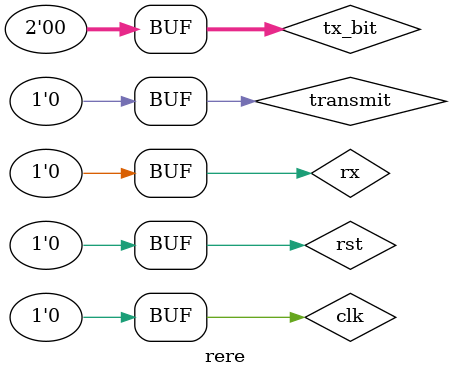
<source format=v>
`timescale 1ns / 1ps


module rere;

	// Inputs
	reg clk;
	reg rst;
	reg rx;
	reg transmit;
	reg [1:0] tx_bit;

	// Outputs
	wire tx;
	wire received;
	wire [63:0] rx_byte;
	wire is_receiving;
	wire is_transmitting;
	wire recv_error;
	wire [3:0] rx_samples;
	wire [3:0] rx_sample_countdown;

	// Instantiate the Unit Under Test (UUT)
	uart uut (
		.clk(clk), 
		.rst(rst), 
		.rx(rx), 
		.tx(tx), 
		.transmit(transmit), 
		.tx_bit(tx_bit), 
		.received(received), 
		.rx_byte(rx_byte), 
		.is_receiving(is_receiving), 
		.is_transmitting(is_transmitting), 
		.recv_error(recv_error), 
		.rx_samples(rx_samples), 
		.rx_sample_countdown(rx_sample_countdown)
	);

	initial begin
		// Initialize Inputs
		clk = 0;
		rst = 0;
		rx = 0;
		transmit = 0;
		tx_bit = 0;

		// Wait 100 ns for global reset to finish
		#100;
        
		// Add stimulus here

	end
      
endmodule


</source>
